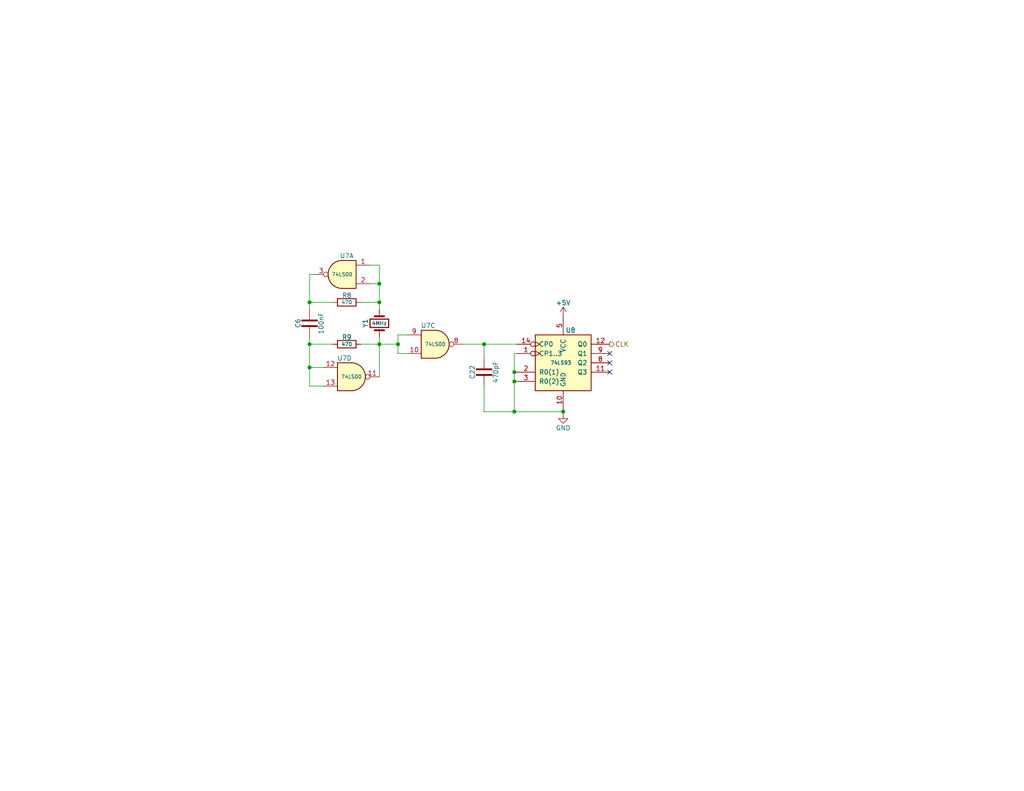
<source format=kicad_sch>
(kicad_sch (version 20250114) (generator "eeschema") (generator_version "9.0")
  (paper "USLetter")
  (title_block (title "Sorcerer Dream Disk") (date "2025-05-04") (rev "1.1") (company "Marcel Erz (RetroStack), John Halkiadakis, Michael Borthwick (Exidyboy)") (comment 2 "4 MHz clock and 50% duty sycle divider to 2 MHz") (comment 4 "Clock"))
  (lib_symbols
    (symbol "+5V_5" (power) (pin_numbers (hide yes)) (pin_names (offset 0) (hide yes))
      (property "Value" "+5V" (at 0 3.556 0))
      (symbol "+5V_5_0_1"
        (polyline (pts (xy -0.762 1.27) (xy 0 2.54)))
        (polyline (pts (xy 0 2.54) (xy 0.762 1.27)))
        (polyline (pts (xy 0 0) (xy 0 2.54)))
      )
      (symbol "+5V_5_1_1"
        (pin power_in line (at 0 0 90) (length 0) (name "~") (number "1"))
      )
    )
    (symbol "74xx:74LS00" (pin_names (offset 1.016))
      (property "Reference" "U" (at 0 1.27 0))
      (property "Value" "74LS00" (at 0 -1.27 0))
      (symbol "74LS00_1_1"
        (arc (start 0 3.81) (mid 3.7934 0) (end 0 -3.81) (stroke (width 0.254)) (fill (type background)))
        (polyline (pts (xy 0 3.81) (xy -3.81 3.81) (xy -3.81 -3.81) (xy 0 -3.81)) (stroke (width 0.254)) (fill (type background)))
        (pin input line (at -7.62 2.54 0) (length 3.81) (name "~") (number "1"))
        (pin input line (at -7.62 -2.54 0) (length 3.81) (name "~") (number "2"))
        (pin output inverted (at 7.62 0 180) (length 3.81) (name "~") (number "3"))
      )
      (symbol "74LS00_1_2"
        (arc (start -3.81 3.81) (mid -2.589 0) (end -3.81 -3.81) (stroke (width 0.254)))
        (polyline (pts (xy -3.81 3.81) (xy -0.635 3.81)) (stroke (width 0.254)) (fill (type background)))
        (polyline (pts (xy -3.81 -3.81) (xy -0.635 -3.81)) (stroke (width 0.254)) (fill (type background)))
        (arc (start 3.81 0) (mid 2.1855 -2.584) (end -0.6096 -3.81) (stroke (width 0.254)) (fill (type background)))
        (arc (start -0.6096 3.81) (mid 2.1928 2.5924) (end 3.81 0) (stroke (width 0.254)) (fill (type background)))
        (polyline (pts (xy -0.635 3.81) (xy -3.81 3.81) (xy -3.81 3.81) (xy -3.556 3.4036) (xy -3.0226 2.2606) (xy -2.6924 1.0414) (xy -2.6162 -0.254) (xy -2.7686 -1.4986) (xy -3.175 -2.7178) (xy -3.81 -3.81) (xy -3.81 -3.81) (xy -0.635 -3.81)) (stroke (width -25.4)) (fill (type background)))
        (pin input inverted (at -7.62 2.54 0) (length 4.318) (name "~") (number "1"))
        (pin input inverted (at -7.62 -2.54 0) (length 4.318) (name "~") (number "2"))
        (pin output line (at 7.62 0 180) (length 3.81) (name "~") (number "3"))
      )
      (symbol "74LS00_2_1"
        (arc (start 0 3.81) (mid 3.7934 0) (end 0 -3.81) (stroke (width 0.254)) (fill (type background)))
        (polyline (pts (xy 0 3.81) (xy -3.81 3.81) (xy -3.81 -3.81) (xy 0 -3.81)) (stroke (width 0.254)) (fill (type background)))
        (pin input line (at -7.62 2.54 0) (length 3.81) (name "~") (number "4"))
        (pin input line (at -7.62 -2.54 0) (length 3.81) (name "~") (number "5"))
        (pin output inverted (at 7.62 0 180) (length 3.81) (name "~") (number "6"))
      )
      (symbol "74LS00_2_2"
        (arc (start -3.81 3.81) (mid -2.589 0) (end -3.81 -3.81) (stroke (width 0.254)))
        (polyline (pts (xy -3.81 3.81) (xy -0.635 3.81)) (stroke (width 0.254)) (fill (type background)))
        (polyline (pts (xy -3.81 -3.81) (xy -0.635 -3.81)) (stroke (width 0.254)) (fill (type background)))
        (arc (start 3.81 0) (mid 2.1855 -2.584) (end -0.6096 -3.81) (stroke (width 0.254)) (fill (type background)))
        (arc (start -0.6096 3.81) (mid 2.1928 2.5924) (end 3.81 0) (stroke (width 0.254)) (fill (type background)))
        (polyline (pts (xy -0.635 3.81) (xy -3.81 3.81) (xy -3.81 3.81) (xy -3.556 3.4036) (xy -3.0226 2.2606) (xy -2.6924 1.0414) (xy -2.6162 -0.254) (xy -2.7686 -1.4986) (xy -3.175 -2.7178) (xy -3.81 -3.81) (xy -3.81 -3.81) (xy -0.635 -3.81)) (stroke (width -25.4)) (fill (type background)))
        (pin input inverted (at -7.62 2.54 0) (length 4.318) (name "~") (number "4"))
        (pin input inverted (at -7.62 -2.54 0) (length 4.318) (name "~") (number "5"))
        (pin output line (at 7.62 0 180) (length 3.81) (name "~") (number "6"))
      )
      (symbol "74LS00_3_1"
        (arc (start 0 3.81) (mid 3.7934 0) (end 0 -3.81) (stroke (width 0.254)) (fill (type background)))
        (polyline (pts (xy 0 3.81) (xy -3.81 3.81) (xy -3.81 -3.81) (xy 0 -3.81)) (stroke (width 0.254)) (fill (type background)))
        (pin input line (at -7.62 2.54 0) (length 3.81) (name "~") (number "9"))
        (pin input line (at -7.62 -2.54 0) (length 3.81) (name "~") (number "10"))
        (pin output inverted (at 7.62 0 180) (length 3.81) (name "~") (number "8"))
      )
      (symbol "74LS00_3_2"
        (arc (start -3.81 3.81) (mid -2.589 0) (end -3.81 -3.81) (stroke (width 0.254)))
        (polyline (pts (xy -3.81 3.81) (xy -0.635 3.81)) (stroke (width 0.254)) (fill (type background)))
        (polyline (pts (xy -3.81 -3.81) (xy -0.635 -3.81)) (stroke (width 0.254)) (fill (type background)))
        (arc (start 3.81 0) (mid 2.1855 -2.584) (end -0.6096 -3.81) (stroke (width 0.254)) (fill (type background)))
        (arc (start -0.6096 3.81) (mid 2.1928 2.5924) (end 3.81 0) (stroke (width 0.254)) (fill (type background)))
        (polyline (pts (xy -0.635 3.81) (xy -3.81 3.81) (xy -3.81 3.81) (xy -3.556 3.4036) (xy -3.0226 2.2606) (xy -2.6924 1.0414) (xy -2.6162 -0.254) (xy -2.7686 -1.4986) (xy -3.175 -2.7178) (xy -3.81 -3.81) (xy -3.81 -3.81) (xy -0.635 -3.81)) (stroke (width -25.4)) (fill (type background)))
        (pin input inverted (at -7.62 2.54 0) (length 4.318) (name "~") (number "9"))
        (pin input inverted (at -7.62 -2.54 0) (length 4.318) (name "~") (number "10"))
        (pin output line (at 7.62 0 180) (length 3.81) (name "~") (number "8"))
      )
      (symbol "74LS00_4_1"
        (arc (start 0 3.81) (mid 3.7934 0) (end 0 -3.81) (stroke (width 0.254)) (fill (type background)))
        (polyline (pts (xy 0 3.81) (xy -3.81 3.81) (xy -3.81 -3.81) (xy 0 -3.81)) (stroke (width 0.254)) (fill (type background)))
        (pin input line (at -7.62 2.54 0) (length 3.81) (name "~") (number "12"))
        (pin input line (at -7.62 -2.54 0) (length 3.81) (name "~") (number "13"))
        (pin output inverted (at 7.62 0 180) (length 3.81) (name "~") (number "11"))
      )
      (symbol "74LS00_4_2"
        (arc (start -3.81 3.81) (mid -2.589 0) (end -3.81 -3.81) (stroke (width 0.254)))
        (polyline (pts (xy -3.81 3.81) (xy -0.635 3.81)) (stroke (width 0.254)) (fill (type background)))
        (polyline (pts (xy -3.81 -3.81) (xy -0.635 -3.81)) (stroke (width 0.254)) (fill (type background)))
        (arc (start 3.81 0) (mid 2.1855 -2.584) (end -0.6096 -3.81) (stroke (width 0.254)) (fill (type background)))
        (arc (start -0.6096 3.81) (mid 2.1928 2.5924) (end 3.81 0) (stroke (width 0.254)) (fill (type background)))
        (polyline (pts (xy -0.635 3.81) (xy -3.81 3.81) (xy -3.81 3.81) (xy -3.556 3.4036) (xy -3.0226 2.2606) (xy -2.6924 1.0414) (xy -2.6162 -0.254) (xy -2.7686 -1.4986) (xy -3.175 -2.7178) (xy -3.81 -3.81) (xy -3.81 -3.81) (xy -0.635 -3.81)) (stroke (width -25.4)) (fill (type background)))
        (pin input inverted (at -7.62 2.54 0) (length 4.318) (name "~") (number "12"))
        (pin input inverted (at -7.62 -2.54 0) (length 4.318) (name "~") (number "13"))
        (pin output line (at 7.62 0 180) (length 3.81) (name "~") (number "11"))
      )
      (symbol "74LS00_5_0"
        (pin power_in line (at 0 12.7 270) (length 5.08) (name "VCC") (number "14"))
        (pin power_in line (at 0 -12.7 90) (length 5.08) (name "GND") (number "7"))
      )
      (symbol "74LS00_5_1"
        (rectangle (start -5.08 7.62) (end 5.08 -7.62) (stroke (width 0.254)) (fill (type background)))
      )
    )
    (symbol "74xx:74LS93" (pin_names (offset 1.016))
      (property "Reference" "U" (at -7.62 8.89 0))
      (property "Value" "74LS93" (at -7.62 -8.89 0))
      (symbol "74LS93_1_0"
        (pin input inverted_clock (at -12.7 5.08 0) (length 5.08) (name "CP0") (number "14"))
        (pin input inverted_clock (at -12.7 2.54 0) (length 5.08) (name "CP1..3") (number "1"))
        (pin input line (at -12.7 -2.54 0) (length 5.08) (name "R0(1)") (number "2"))
        (pin input line (at -12.7 -5.08 0) (length 5.08) (name "R0(2)") (number "3"))
        (pin power_in line (at 0 12.7 270) (length 5.08) (name "VCC") (number "5"))
        (pin power_in line (at 0 -12.7 90) (length 5.08) (name "GND") (number "10"))
        (pin output line (at 12.7 5.08 180) (length 5.08) (name "Q0") (number "12"))
        (pin output line (at 12.7 2.54 180) (length 5.08) (name "Q1") (number "9"))
        (pin output line (at 12.7 0 180) (length 5.08) (name "Q2") (number "8"))
        (pin output line (at 12.7 -2.54 180) (length 5.08) (name "Q3") (number "11"))
      )
      (symbol "74LS93_1_1"
        (rectangle (start -7.62 7.62) (end 7.62 -7.62) (stroke (width 0.254)) (fill (type background)))
      )
    )
    (symbol "Device:C" (pin_numbers (hide yes)) (pin_names (offset 0.254))
      (property "Reference" "C" (at 0.635 2.54 0))
      (property "Value" "C" (at 0.635 -2.54 0))
      (symbol "C_0_1"
        (polyline (pts (xy -2.032 0.762) (xy 2.032 0.762)) (stroke (width 0.508)))
        (polyline (pts (xy -2.032 -0.762) (xy 2.032 -0.762)) (stroke (width 0.508)))
      )
      (symbol "C_1_1"
        (pin passive line (at 0 3.81 270) (length 2.794) (name "~") (number "1"))
        (pin passive line (at 0 -3.81 90) (length 2.794) (name "~") (number "2"))
      )
    )
    (symbol "Device:Crystal" (pin_numbers (hide yes)) (pin_names (offset 1.016) (hide yes))
      (property "Reference" "Y" (at 0 3.81 0))
      (property "Value" "Crystal" (at 0 -3.81 0))
      (symbol "Crystal_0_1"
        (polyline (pts (xy -2.54 0) (xy -1.905 0)))
        (polyline (pts (xy -1.905 -1.27) (xy -1.905 1.27)) (stroke (width 0.508)))
        (rectangle (start -1.143 2.54) (end 1.143 -2.54) (stroke (width 0.3048)))
        (polyline (pts (xy 1.905 -1.27) (xy 1.905 1.27)) (stroke (width 0.508)))
        (polyline (pts (xy 2.54 0) (xy 1.905 0)))
      )
      (symbol "Crystal_1_1"
        (pin passive line (at -3.81 0 0) (length 1.27) (name "1") (number "1"))
        (pin passive line (at 3.81 0 180) (length 1.27) (name "2") (number "2"))
      )
    )
    (symbol "Device:R" (pin_numbers (hide yes)) (pin_names (offset 0))
      (property "Reference" "R" (at 2.032 0 90))
      (property "Value" "R" (at 0 0 90))
      (symbol "R_0_1"
        (rectangle (start -1.016 -2.54) (end 1.016 2.54) (stroke (width 0.254)))
      )
      (symbol "R_1_1"
        (pin passive line (at 0 3.81 270) (length 1.27) (name "~") (number "1"))
        (pin passive line (at 0 -3.81 90) (length 1.27) (name "~") (number "2"))
      )
    )
    (symbol "GND_1" (power) (pin_numbers (hide yes)) (pin_names (offset 0) (hide yes))
      (property "Value" "GND" (at 0 -3.81 0))
      (symbol "GND_1_0_1"
        (polyline (pts (xy 0 0) (xy 0 -1.27) (xy 1.27 -1.27) (xy 0 -2.54) (xy -1.27 -1.27) (xy 0 -1.27)))
      )
      (symbol "GND_1_1_1"
        (pin power_in line (at 0 0 270) (length 0) (name "~") (number "1"))
      )
    )
  )
  (junction (at 103.505 93.98))
  (junction (at 140.335 101.6))
  (junction (at 84.455 100.33))
  (junction (at 84.455 82.55))
  (junction (at 140.335 112.395))
  (junction (at 108.585 93.98))
  (junction (at 103.505 82.55))
  (junction (at 153.67 112.395))
  (junction (at 84.455 93.98))
  (junction (at 132.08 93.98))
  (junction (at 103.505 77.47))
  (junction (at 140.335 104.14))
  (no_connect (at 166.37 101.6))
  (no_connect (at 166.37 99.06))
  (no_connect (at 166.37 96.52))
  (wire (pts (xy 103.505 72.39) (xy 103.505 77.47)))
  (wire (pts (xy 140.97 96.52) (xy 140.335 96.52)))
  (wire (pts (xy 84.455 92.075) (xy 84.455 93.98)))
  (wire (pts (xy 108.585 91.44) (xy 108.585 93.98)))
  (wire (pts (xy 103.505 93.98) (xy 108.585 93.98)))
  (wire (pts (xy 153.67 113.03) (xy 153.67 112.395)))
  (wire (pts (xy 100.965 77.47) (xy 103.505 77.47)))
  (wire (pts (xy 84.455 74.93) (xy 84.455 82.55)))
  (wire (pts (xy 84.455 82.55) (xy 84.455 84.455)))
  (wire (pts (xy 132.08 93.98) (xy 140.97 93.98)))
  (wire (pts (xy 108.585 93.98) (xy 108.585 96.52)))
  (wire (pts (xy 84.455 93.98) (xy 84.455 100.33)))
  (wire (pts (xy 140.97 104.14) (xy 140.335 104.14)))
  (wire (pts (xy 84.455 100.33) (xy 88.265 100.33)))
  (wire (pts (xy 103.505 77.47) (xy 103.505 82.55)))
  (wire (pts (xy 84.455 100.33) (xy 84.455 105.41)))
  (wire (pts (xy 140.97 101.6) (xy 140.335 101.6)))
  (wire (pts (xy 132.08 93.98) (xy 132.08 97.79)))
  (wire (pts (xy 111.125 96.52) (xy 108.585 96.52)))
  (wire (pts (xy 108.585 91.44) (xy 111.125 91.44)))
  (wire (pts (xy 140.335 101.6) (xy 140.335 104.14)))
  (wire (pts (xy 85.725 74.93) (xy 84.455 74.93)))
  (wire (pts (xy 140.335 96.52) (xy 140.335 101.6)))
  (wire (pts (xy 140.335 112.395) (xy 153.67 112.395)))
  (wire (pts (xy 84.455 93.98) (xy 90.805 93.98)))
  (wire (pts (xy 103.505 82.55) (xy 103.505 84.455)))
  (wire (pts (xy 153.67 112.395) (xy 153.67 111.76)))
  (wire (pts (xy 84.455 105.41) (xy 88.265 105.41)))
  (wire (pts (xy 132.08 112.395) (xy 140.335 112.395)))
  (wire (pts (xy 132.08 105.41) (xy 132.08 112.395)))
  (wire (pts (xy 98.425 82.55) (xy 103.505 82.55)))
  (wire (pts (xy 103.505 92.075) (xy 103.505 93.98)))
  (wire (pts (xy 98.425 93.98) (xy 103.505 93.98)))
  (wire (pts (xy 84.455 82.55) (xy 90.805 82.55)))
  (wire (pts (xy 103.505 93.98) (xy 103.505 102.87)))
  (wire (pts (xy 140.335 104.14) (xy 140.335 112.395)))
  (wire (pts (xy 126.365 93.98) (xy 132.08 93.98)))
  (wire (pts (xy 100.965 72.39) (xy 103.505 72.39)))
  (hierarchical_label "CLK" (shape output) (at 166.37 93.98 0))
  (symbol (lib_id "74xx:74LS00") (at 95.885 102.87 0) (unit 4)
    (property "Reference" "U7" (at 93.98 97.79 0))
    (property "Value" "74LS00" (at 95.885 102.87 0) (effects (font (size 1 1))))
    (property "Footprint" "Package_DIP:DIP-14_W7.62mm" (effects (hide yes)))
    (property "Datasheet" "http://www.ti.com/lit/gpn/sn74ls00" (effects (hide yes)))
  )
  (symbol (lib_id "74xx:74LS93") (at 153.67 99.06 0) (unit 1)
    (property "Reference" "U8" (at 154.305 90.17 0) (effects (justify left)))
    (property "Value" "74LS93" (at 153.035 99.06 0) (effects (font (size 1 1))))
    (property "Footprint" "Package_DIP:DIP-14_W7.62mm" (effects (hide yes)))
    (property "Datasheet" "http://www.ti.com/lit/gpn/sn74LS93" (effects (hide yes)))
  )
  (symbol (lib_id "Device:R") (at 94.615 93.98 270) (unit 1)
    (property "Reference" "R9" (at 94.615 92.075 90))
    (property "Value" "470" (at 94.615 93.98 90) (effects (font (size 1 1))))
    (property "Footprint" "Resistor_THT:R_Axial_DIN0207_L6.3mm_D2.5mm_P7.62mm_Horizontal" (effects (hide yes)))
  )
  (symbol (lib_name "+5V_5") (lib_id "power:+5V") (at 153.67 86.36 0) (unit 1)
    (property "Reference" "#PWR028" (effects (hide yes)))
    (property "Value" "+5V" (at 153.67 82.677 0))
    (property "Description" "Power symbol creates a global label with name \"+5V\"" (effects (hide yes)))
  )
  (symbol (lib_id "Device:R") (at 94.615 82.55 270) (unit 1)
    (property "Reference" "R8" (at 94.615 80.645 90))
    (property "Value" "470" (at 94.615 82.55 90) (effects (font (size 1 1))))
    (property "Footprint" "Resistor_THT:R_Axial_DIN0207_L6.3mm_D2.5mm_P7.62mm_Horizontal" (effects (hide yes)))
  )
  (symbol (lib_id "Device:C") (at 84.455 88.265 0) (unit 1)
    (property "Reference" "C6" (at 81.28 88.265 90))
    (property "Value" "100nF" (at 87.63 88.265 90))
    (property "Footprint" "Capacitor_THT:C_Disc_D3.8mm_W2.6mm_P2.50mm" (effects (hide yes)))
  )
  (symbol (lib_id "74xx:74LS00") (at 118.745 93.98 0) (unit 3)
    (property "Reference" "U7" (at 116.84 88.9 0))
    (property "Value" "74LS00" (at 118.745 93.98 0) (effects (font (size 1 1))))
    (property "Footprint" "Package_DIP:DIP-14_W7.62mm" (effects (hide yes)))
    (property "Datasheet" "http://www.ti.com/lit/gpn/sn74ls00" (effects (hide yes)))
  )
  (symbol (lib_id "Device:C") (at 132.08 101.6 0) (unit 1)
    (property "Reference" "C22" (at 128.905 101.6 90))
    (property "Value" "470pF" (at 135.255 101.6 90))
    (property "Footprint" "Capacitor_THT:C_Disc_D3.8mm_W2.6mm_P2.50mm" (effects (hide yes)))
  )
  (symbol (lib_id "74xx:74LS00") (at 93.345 74.93 0) (mirror y) (unit 1)
    (property "Reference" "U7" (at 94.615 69.85 0))
    (property "Value" "74LS00" (at 93.345 74.93 0) (effects (font (size 1 1))))
    (property "Footprint" "Package_DIP:DIP-14_W7.62mm" (effects (hide yes)))
    (property "Datasheet" "http://www.ti.com/lit/gpn/sn74ls00" (effects (hide yes)))
  )
  (symbol (lib_name "GND_1") (lib_id "power:GND") (at 153.67 113.03 0) (unit 1)
    (property "Reference" "#PWR029" (effects (hide yes)))
    (property "Value" "GND" (at 153.67 116.84 0))
    (property "Description" "Power symbol creates a global label with name \"GND\" , ground" (effects (hide yes)))
  )
  (symbol (lib_id "Device:Crystal") (at 103.505 88.265 90) (unit 1)
    (property "Reference" "Y1" (at 99.695 88.265 0))
    (property "Value" "4MHz" (at 103.505 88.265 90) (effects (font (size 1 1))))
    (property "Footprint" "Crystal:Crystal_HC49-U_Vertical" (effects (hide yes)))
  )
)
</source>
